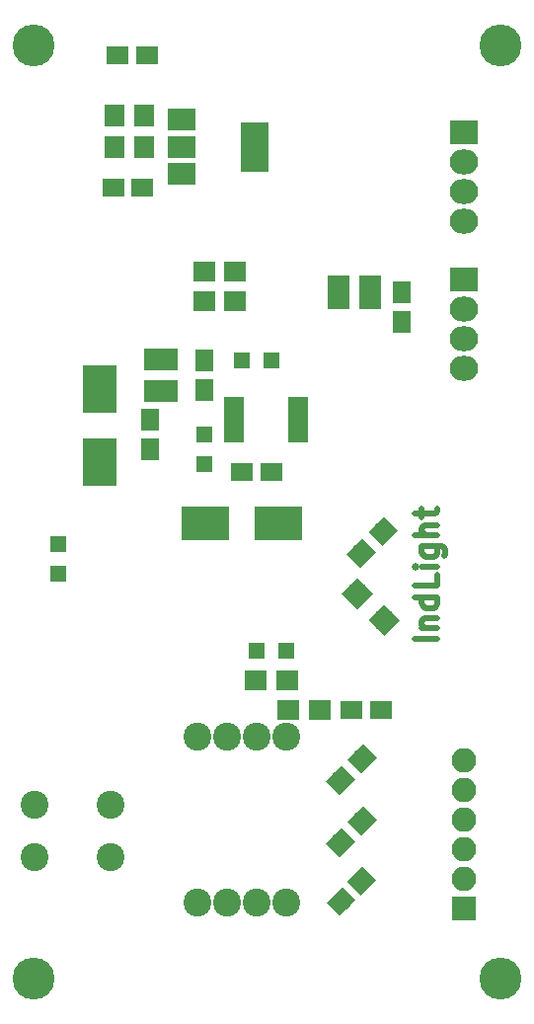
<source format=gbr>
G04 #@! TF.GenerationSoftware,KiCad,Pcbnew,no-vcs-found-7434~57~ubuntu16.04.1*
G04 #@! TF.CreationDate,2017-01-15T22:22:22-08:00*
G04 #@! TF.ProjectId,indLight,696E644C696768742E6B696361645F70,rev?*
G04 #@! TF.FileFunction,Soldermask,Top*
G04 #@! TF.FilePolarity,Negative*
%FSLAX46Y46*%
G04 Gerber Fmt 4.6, Leading zero omitted, Abs format (unit mm)*
G04 Created by KiCad (PCBNEW no-vcs-found-7434~57~ubuntu16.04.1) date Sun Jan 15 22:22:22 2017*
%MOMM*%
%LPD*%
G01*
G04 APERTURE LIST*
%ADD10C,0.100000*%
%ADD11C,0.500000*%
%ADD12R,2.400000X4.200000*%
%ADD13R,2.400000X1.900000*%
%ADD14C,1.150000*%
%ADD15R,2.432000X2.127200*%
%ADD16O,2.432000X2.127200*%
%ADD17R,1.400000X1.400000*%
%ADD18R,1.960000X1.050000*%
%ADD19R,1.900000X1.650000*%
%ADD20R,1.050000X1.960000*%
%ADD21R,1.800000X3.960000*%
%ADD22C,3.600000*%
%ADD23C,2.400000*%
%ADD24C,1.700000*%
%ADD25O,2.100000X2.100000*%
%ADD26R,2.100000X2.100000*%
%ADD27R,4.150000X2.900000*%
%ADD28C,1.900000*%
%ADD29R,1.650000X1.900000*%
%ADD30R,1.900000X1.700000*%
%ADD31R,2.900000X4.150000*%
%ADD32C,1.650000*%
%ADD33R,1.700000X1.900000*%
G04 APERTURE END LIST*
D10*
D11*
X86629761Y-103901190D02*
X84629761Y-103901190D01*
X85296428Y-102948809D02*
X86629761Y-102948809D01*
X85486904Y-102948809D02*
X85391666Y-102853571D01*
X85296428Y-102663095D01*
X85296428Y-102377380D01*
X85391666Y-102186904D01*
X85582142Y-102091666D01*
X86629761Y-102091666D01*
X86629761Y-100282142D02*
X84629761Y-100282142D01*
X86534523Y-100282142D02*
X86629761Y-100472619D01*
X86629761Y-100853571D01*
X86534523Y-101044047D01*
X86439285Y-101139285D01*
X86248809Y-101234523D01*
X85677380Y-101234523D01*
X85486904Y-101139285D01*
X85391666Y-101044047D01*
X85296428Y-100853571D01*
X85296428Y-100472619D01*
X85391666Y-100282142D01*
X86629761Y-98377380D02*
X86629761Y-99329761D01*
X84629761Y-99329761D01*
X86629761Y-97710714D02*
X85296428Y-97710714D01*
X84629761Y-97710714D02*
X84725000Y-97805952D01*
X84820238Y-97710714D01*
X84725000Y-97615476D01*
X84629761Y-97710714D01*
X84820238Y-97710714D01*
X85296428Y-95901190D02*
X86915476Y-95901190D01*
X87105952Y-95996428D01*
X87201190Y-96091666D01*
X87296428Y-96282142D01*
X87296428Y-96567857D01*
X87201190Y-96758333D01*
X86534523Y-95901190D02*
X86629761Y-96091666D01*
X86629761Y-96472619D01*
X86534523Y-96663095D01*
X86439285Y-96758333D01*
X86248809Y-96853571D01*
X85677380Y-96853571D01*
X85486904Y-96758333D01*
X85391666Y-96663095D01*
X85296428Y-96472619D01*
X85296428Y-96091666D01*
X85391666Y-95901190D01*
X86629761Y-94948809D02*
X84629761Y-94948809D01*
X86629761Y-94091666D02*
X85582142Y-94091666D01*
X85391666Y-94186904D01*
X85296428Y-94377380D01*
X85296428Y-94663095D01*
X85391666Y-94853571D01*
X85486904Y-94948809D01*
X85296428Y-93425000D02*
X85296428Y-92663095D01*
X84629761Y-93139285D02*
X86344047Y-93139285D01*
X86534523Y-93044047D01*
X86629761Y-92853571D01*
X86629761Y-92663095D01*
D12*
X70966499Y-61671897D03*
D13*
X64666499Y-61671897D03*
X64666499Y-63971897D03*
X64666499Y-59371897D03*
D14*
X70483499Y-60147897D03*
X71499499Y-60147897D03*
X70483499Y-61163897D03*
X71499499Y-61163897D03*
X70483499Y-62179897D03*
X71499499Y-62179897D03*
X71499499Y-63195897D03*
X70483499Y-63195897D03*
D15*
X88900000Y-60452000D03*
D16*
X88900000Y-62992000D03*
X88900000Y-65532000D03*
X88900000Y-68072000D03*
X88900000Y-80645000D03*
X88900000Y-78105000D03*
X88900000Y-75565000D03*
D15*
X88900000Y-73025000D03*
D17*
X66675000Y-86380000D03*
X66675000Y-88880000D03*
X71140000Y-104902000D03*
X73640000Y-104902000D03*
X69870000Y-80010000D03*
X72370000Y-80010000D03*
X54102000Y-98278000D03*
X54102000Y-95778000D03*
D18*
X78152000Y-73218000D03*
X78152000Y-74168000D03*
X78152000Y-75118000D03*
X80852000Y-75118000D03*
X80852000Y-73218000D03*
X80852000Y-74168000D03*
D19*
X59202000Y-53848000D03*
X61702000Y-53848000D03*
D20*
X62912982Y-82604168D03*
X63862982Y-82604168D03*
X61962982Y-82604168D03*
X61962982Y-79904168D03*
X62912982Y-79904168D03*
X63862982Y-79904168D03*
D21*
X74675000Y-85090000D03*
X69215000Y-85090000D03*
D22*
X92000000Y-53000000D03*
X92000000Y-133000000D03*
X52000000Y-53000000D03*
X52000000Y-133000000D03*
D23*
X58570000Y-118110000D03*
X58570000Y-122610000D03*
X52070000Y-118110000D03*
X52070000Y-122610000D03*
D19*
X81768000Y-109982000D03*
X79268000Y-109982000D03*
D24*
X80202594Y-114107406D03*
D10*
G36*
X80131883Y-115380198D02*
X78929802Y-114178117D01*
X80273305Y-112834614D01*
X81475386Y-114036695D01*
X80131883Y-115380198D01*
X80131883Y-115380198D01*
G37*
D24*
X78293406Y-116016594D03*
D10*
G36*
X78222695Y-117289386D02*
X77020614Y-116087305D01*
X78364117Y-114743802D01*
X79566198Y-115945883D01*
X78222695Y-117289386D01*
X78222695Y-117289386D01*
G37*
D25*
X88900000Y-114300000D03*
X88900000Y-116840000D03*
X88900000Y-119380000D03*
X88900000Y-121920000D03*
X88900000Y-124460000D03*
D26*
X88900000Y-127000000D03*
D27*
X72975000Y-93980000D03*
X66725000Y-93980000D03*
D24*
X81991044Y-94633034D03*
D10*
G36*
X81920333Y-95905826D02*
X80718252Y-94703745D01*
X82061755Y-93360242D01*
X83263836Y-94562323D01*
X81920333Y-95905826D01*
X81920333Y-95905826D01*
G37*
D24*
X80081856Y-96542222D03*
D10*
G36*
X80011145Y-97815014D02*
X78809064Y-96612933D01*
X80152567Y-95269430D01*
X81354648Y-96471511D01*
X80011145Y-97815014D01*
X80011145Y-97815014D01*
G37*
D28*
X82076176Y-102278854D03*
D10*
G36*
X80732673Y-102278854D02*
X82076176Y-100935351D01*
X83419679Y-102278854D01*
X82076176Y-103622357D01*
X80732673Y-102278854D01*
X80732673Y-102278854D01*
G37*
D28*
X79742724Y-99945402D03*
D10*
G36*
X78399221Y-99945402D02*
X79742724Y-98601899D01*
X81086227Y-99945402D01*
X79742724Y-101288905D01*
X78399221Y-99945402D01*
X78399221Y-99945402D01*
G37*
D29*
X61976000Y-85110000D03*
X61976000Y-87610000D03*
D30*
X69295000Y-74930000D03*
X66595000Y-74930000D03*
X69295000Y-72390000D03*
X66595000Y-72390000D03*
D31*
X57658000Y-82473000D03*
X57658000Y-88723000D03*
D23*
X66040000Y-112268000D03*
X68580000Y-112268000D03*
X71120000Y-112268000D03*
X73660000Y-112268000D03*
X73660000Y-126468000D03*
X71120000Y-126468000D03*
X68580000Y-126468000D03*
X66040000Y-126468000D03*
D29*
X66675000Y-82530000D03*
X66675000Y-80030000D03*
D24*
X78293406Y-121350594D03*
D10*
G36*
X78222695Y-122623386D02*
X77020614Y-121421305D01*
X78364117Y-120077802D01*
X79566198Y-121279883D01*
X78222695Y-122623386D01*
X78222695Y-122623386D01*
G37*
D24*
X80202594Y-119441406D03*
D10*
G36*
X80131883Y-120714198D02*
X78929802Y-119512117D01*
X80273305Y-118168614D01*
X81475386Y-119370695D01*
X80131883Y-120714198D01*
X80131883Y-120714198D01*
G37*
D19*
X61324719Y-65154507D03*
X58824719Y-65154507D03*
D29*
X83566000Y-74188000D03*
X83566000Y-76688000D03*
D32*
X78364117Y-126359883D03*
D10*
G36*
X78275729Y-127614998D02*
X77109002Y-126448271D01*
X78452505Y-125104768D01*
X79619232Y-126271495D01*
X78275729Y-127614998D01*
X78275729Y-127614998D01*
G37*
D32*
X80131883Y-124592117D03*
D10*
G36*
X80043495Y-125847232D02*
X78876768Y-124680505D01*
X80220271Y-123337002D01*
X81386998Y-124503729D01*
X80043495Y-125847232D01*
X80043495Y-125847232D01*
G37*
D33*
X61466499Y-58971897D03*
X61466499Y-61671897D03*
X58926499Y-61671897D03*
X58926499Y-58971897D03*
D30*
X73740000Y-107442000D03*
X71040000Y-107442000D03*
X73834000Y-109982000D03*
X76534000Y-109982000D03*
D19*
X72370000Y-89535000D03*
X69870000Y-89535000D03*
M02*

</source>
